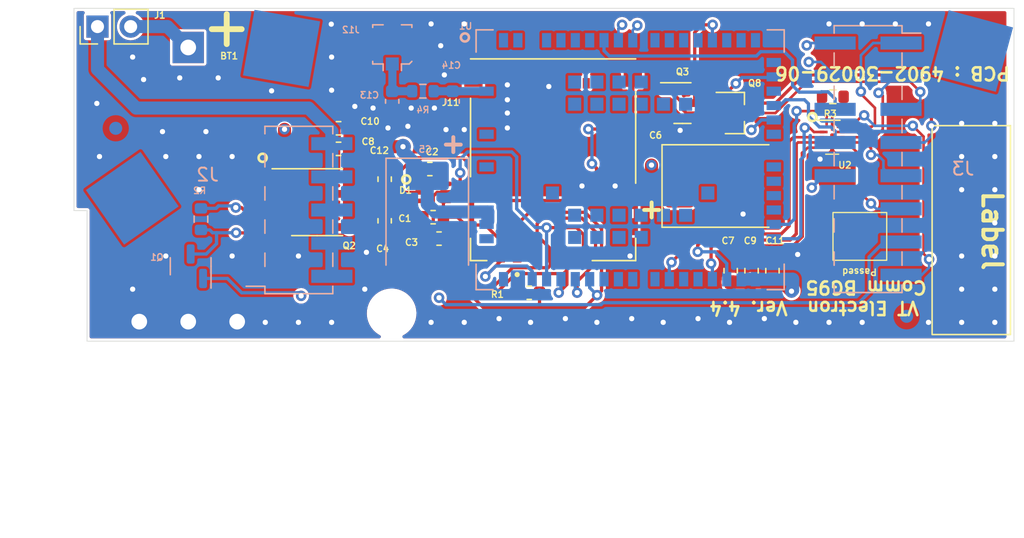
<source format=kicad_pcb>
(kicad_pcb (version 20240108) (generator "pcbnew") (generator_version "8.0")
  (layers (0 "F.Cu" signal) (1 "In1.Cu" signal) (2 "In2.Cu" signal) (31 "B.Cu" signal) (34 "B.Paste" user) (35 "F.Paste" user) (36 "B.SilkS" user "B.Silkscreen") (37 "F.SilkS" user "F.Silkscreen") (38 "B.Mask" user) (39 "F.Mask" user) (44 "Edge.Cuts" user))
  (net 0 "")
  (net 1 "GND")
  (net 5 "/uGND")
  (net 6 "/uRST")
  (net 7 "/uCLK")
  (net 8 "/uData")
  (net 9 "/uVDD")
  (net 10 "/VBAT")
  (net 11 "/uStatus")
  (net 12 "/uPWRKEY")
  (net 13 "/+3V6")
  (net 14 "/uDTR")
  (net 15 "/TxD")
  (net 16 "/RxD")
  (net 17 "/uDCD")
  (net 18 "/RF_OUT")
  (net 19 "Net-(Q1-Pad3)")
  (net 20 "/RXD")
  (net 21 "/TXD")
  (net 22 "/VDD_EXT")
  (net 23 "/DTR")
  (net 24 "/DCD")
  (net 25 "/PWRKEY")
  (net 26 "/Status")
  (net 27 "/Alim")
  (net 59 "/+3V6d")
  (net 60 "/+3V3_UC")
  (net 61 "/RF_OUT1")
  (net 62 "Net-(R3-Pad2)")
  (net 63 "/T")
  (net 64 "/R")
  (net 65 "/D+")
  (net 66 "/D-")
  (net 67 "/Vbus")
  (footprint "Capacitor_SMD:C_0603_1608Metric" (layer "F.Cu") (at 30.51 -6.5 180)
    (property "Reference" "C1")
    (property "Value" "33p")
  )
  (footprint "Capacitor_SMD:C_0603_1608Metric" (layer "F.Cu") (at 30.26 -10.19 180)
    (property "Reference" "C2")
    (property "Value" "33p")
  )
  (footprint "Capacitor_SMD:C_0603_1608Metric" (layer "F.Cu") (at 30.9626 -4.86 180)
    (property "Reference" "C3")
    (property "Value" "33p")
  )
  (footprint "Capacitor_SMD:C_0603_1608Metric" (layer "F.Cu") (at 26.797 -6.223 -90)
    (property "Reference" "C4")
    (property "Value" "100n")
  )
  (footprint "Capacitor_Tantalum_SMD:CP_EIA-7361-38_AVX-V_Pad2.18x3.30mm_HandSolder" (layer "F.Cu") (at 52.578 -8.89)
    (property "Reference" "C6")
    (property "Value" "TAJD477K006RNJ")
  )
  (footprint "Capacitor_SMD:C_0603_1608Metric_Pad1.05x0.95mm_HandSolder" (layer "F.Cu") (at 53.3 -2.4 90)
    (property "Reference" "C7")
    (property "Value" "100n")
  )
  (footprint "Capacitor_SMD:C_0603_1608Metric_Pad1.05x0.95mm_HandSolder" (layer "F.Cu") (at 23.2664 -11.7348 180)
    (property "Reference" "C8")
    (property "Value" "100n")
  )
  (footprint "Capacitor_SMD:C_0603_1608Metric_Pad1.05x0.95mm_HandSolder" (layer "F.Cu") (at 54.9 -2.4 90)
    (property "Reference" "C9")
    (property "Value" "33p")
  )
  (footprint "Capacitor_SMD:C_0603_1608Metric_Pad1.05x0.95mm_HandSolder" (layer "F.Cu") (at 23.2664 -13.3096 180)
    (property "Reference" "C10")
    (property "Value" "33p")
  )
  (footprint "Capacitor_SMD:C_0603_1608Metric_Pad1.05x0.95mm_HandSolder" (layer "F.Cu") (at 56.5 -2.4 90)
    (property "Reference" "C11")
    (property "Value" "10p")
  )
  (footprint "Capacitor_SMD:C_0603_1608Metric_Pad1.05x0.95mm_HandSolder" (layer "F.Cu") (at 26.797 -9.412 -90)
    (property "Reference" "C12")
    (property "Value" "10p")
  )
  (footprint "Diode_SMD:SC70-6" (layer "F.Cu") (at 30.51 -8.4 -90)
    (property "Reference" "D1")
    (property "Value" "SMF05C.TCT" (hide yes))
  )
  (footprint "Package_SO:SOIC-8_3.9x4.9mm_P1.27mm" (layer "F.Cu") (at 21.625 -7.65)
    (property "Reference" "Q2")
    (property "Value" "AO4459" (hide yes))
  )
  (footprint "Package_TO_SOT_SMD:SOT-23" (layer "F.Cu") (at 53.594 -14.478)
    (property "Reference" "Q8")
    (property "Value" "PDTC143XT")
  )
  (footprint "Resistor_SMD:R_0603_1608Metric" (layer "F.Cu") (at 37.8714 -0.7112 180)
    (property "Reference" "R1")
    (property "Value" "15k")
  )
  (footprint "Connector_Molex:MOLEX_78646-3001" (layer "F.Cu") (at 39.7 -10.9 90)
    (property "Reference" "J11")
    (property "Value" "78646-3001")
  )
  (footprint "Package_DFN_QFN:Texas_R_PUQFN-N12" (layer "F.Cu") (at 61.075 -12.625)
    (property "Reference" "U2")
    (property "Value" "TXB0104RUT" (hide yes))
  )
  (footprint "Resistor_SMD:R_0603_1608Metric" (layer "F.Cu") (at 61.125 -15.725)
    (property "Reference" "R3")
    (property "Value" "4k7")
  )
  (footprint "Battery:HLC1520-3P" (layer "F.Cu") (at 11.75 -19.5 -90)
    (property "Reference" "BT1")
    (property "Value" "HLC1520-3P")
  )
  (footprint "MountingHole:MountingHole_2.5mm  Simpla" (layer "F.Cu") (at 27.3304 0.8636)
    (property "Reference" "H1" (hide yes))
    (property "Value" "MountingHole" (hide yes))
  )
  (footprint "Fiducial:Fiducial_1mm_Mask2mm" (layer "F.Cu") (at 72.2376 -20.2946)
    (property "Reference" "FID1" (hide yes))
    (property "Value" "Fiducial" (hide yes))
  )
  (footprint "Connector_PinHeader_2.54mm:PinHeader_1x02_P2.54mm_Vertical" (layer "F.Cu") (at 4.8 -21.1 90)
    (property "Reference" "J1")
    (property "Value" "DNP")
  )
  (footprint "Fiducial:Fiducial_1mm_Mask2mm" (layer "F.Cu") (at 6.223 -2.794)
    (property "Reference" "FID4" (hide yes))
    (property "Value" "Fiducial" (hide yes))
  )
  (footprint "Symbol:Eticheta" (layer "F.Cu") (at 71.7296 -5.5118 -90)
    (property "Reference" "TP1" (hide yes))
    (property "Value" "Eticheta" (hide yes))
  )
  (footprint "Package_TO_SOT_SMD:SOT-23" (layer "F.Cu") (at 49.6085 -15.24)
    (property "Reference" "Q3")
    (property "Value" "PDTC143XT")
  )
  (footprint "BG95:XCVR_BG95M3LA-64-SGNS" (layer "B.Cu") (at 45.6 -10.9 -90)
    (property "Reference" "U1")
    (property "Value" "BG95")
  )
  (footprint "Capacitor_Tantalum_SMD:CP_EIA-7361-38_AVX-V_Pad2.18x3.30mm_HandSolder" (layer "B.Cu") (at 30.06 -6.48 -90)
    (property "Reference" "C5")
    (property "Value" "TAJD477K006RNJ")
  )
  (footprint "Connector_Coaxial:U.FL_Molex_MCRF_73412-0110_Vertical" (layer "B.Cu") (at 27.3812 -19.7358 180)
    (property "Reference" "J12")
    (property "Value" "CONUFL001-SMD-T" (hide yes))
  )
  (footprint "Connector_PinHeader_2.54mm:PinHeader_2x08_P2.54mm_Vertical_SMD_MOD" (layer "B.Cu") (at 63.825 -10.95 180)
    (property "Reference" "J3")
    (property "Value" "Conn_02x08_Counter_Clockwise")
  )
  (footprint "TestPoint:TestPoint_Pad_5.1x5.1mm" (layer "B.Cu") (at 18.8976 -19.431 170)
    (property "Reference" "J5" (hide yes))
    (property "Value" "Conn_01x01_Male" (hide yes))
  )
  (footprint "Fiducial:Fiducial_1mm_Mask2mm" (layer "B.Cu") (at 66.7766 1.0922 180)
    (property "Reference" "FID2" (hide yes))
    (property "Value" "Fiducial" (hide yes))
  )
  (footprint "Resistor_SMD:R_0603_1608Metric" (layer "B.Cu") (at 29.725 -16.15)
    (property "Reference" "R4")
    (property "Value" "0")
  )
  (footprint "Connector_PinHeader_2.54mm:PinHeader_2x05_P2.54mm_Vertical_SMD_MOD" (layer "B.Cu") (at 20.225 -7.05)
    (property "Reference" "J2")
    (property "Value" "Conn_02x05_Counter_Clockwise")
  )
  (footprint "Package_TO_SOT_SMD:SOT-23" (layer "B.Cu") (at 11.938 -2.7432 90)
    (property "Reference" "Q1")
    (property "Value" "PDTC143XT")
  )
  (footprint "Capacitor_SMD:C_0603_1608Metric" (layer "B.Cu") (at 27.375 -15.375 -90)
    (property "Reference" "C13")
    (property "Value" "DNP")
  )
  (footprint "TestPoint:TestPoint_Pad_5.1x5.1mm" (layer "B.Cu") (at 71.8058 -19.2278 165)
    (property "Reference" "J6" (hide yes))
    (property "Value" "Conn_01x01_Male" (hide yes))
  )
  (footprint "TestPoint:TestPoint_Pad_5.1x5.1mm" (layer "B.Cu") (at 7.4676 -7.9502 125)
    (property "Reference" "J4" (hide yes))
    (property "Value" "Conn_01x01_Male" (hide yes))
  )
  (footprint "Resistor_SMD:R_0603_1608Metric" (layer "B.Cu") (at 12.7254 -6.35 -90)
    (property "Reference" "R2")
    (property "Value" "4k7" (hide yes))
  )
  (footprint "Fiducial:Fiducial_1mm_Mask2mm" (layer "B.Cu") (at 6.1976 -13.3096 180)
    (property "Reference" "FID3" (hide yes))
    (property "Value" "Fiducial" (hide yes))
  )
  (footprint "Capacitor_SMD:C_0603_1608Metric" (layer "B.Cu") (at 32 -15.375 -90)
    (property "Reference" "C14")
    (property "Value" "DNP")
  )
  (gr_circle (center 32.9438 -20.2692) (end 33.253847 -20.2692) (stroke (width 0.2)) (fill none) (layer "B.SilkS"))
  (gr_circle (center 28.448 -9.398) (end 28.758047 -9.398) (stroke (width 0.2)) (fill none) (layer "F.SilkS"))
  (gr_circle (center 59.563 -14.1732) (end 59.873047 -14.1732) (stroke (width 0.2)) (fill none) (layer "F.SilkS"))
  (gr_circle (center 17.4498 -11.049) (end 17.759847 -11.049) (stroke (width 0.2)) (fill none) (layer "F.SilkS"))
  (gr_rect (start 61.1378 -6.858) (end 65.2526 -3.2004) (stroke (width 0.1)) (fill none) (layer "F.SilkS"))
  (gr_line (start 4 -7) (end 4 3) (stroke (width 0.05)) (layer "Edge.Cuts"))
  (gr_line (start 75 3) (end 4 3) (stroke (width 0.05)) (layer "Edge.Cuts"))
  (gr_line (start 3 -22.5) (end 3 -7) (stroke (width 0.05)) (layer "Edge.Cuts"))
  (gr_line (start 75 3) (end 75 -22.5) (stroke (width 0.05)) (layer "Edge.Cuts"))
  (gr_line (start 3 -7) (end 4 -7) (stroke (width 0.05)) (layer "Edge.Cuts"))
  (gr_line (start 75 -22.5) (end 3 -22.5) (stroke (width 0.05)) (layer "Edge.Cuts"))
  (gr_text "+" (at 32.0548 -12.1666 0) (layer "B.SilkS") (effects (font (size 1.5 1.5) (thickness 0.3))))
  (gr_text "PCB : 4902-30029-06" (at 65.6844 -17.526 180) (layer "F.SilkS") (effects (font (size 1 1) (thickness 0.2))))
  (gr_text "VT Electron  Ver. 4.4\n\n" (at 59.69 -0.3556 180) (layer "F.SilkS") (effects (font (size 1 1) (thickness 0.2))))
  (gr_text "Label" (at 73.3298 -5.461 270) (layer "F.SilkS") (effects (font (size 1.5 1.5) (thickness 0.3))))
  (gr_text "Passed" (at 63.1698 -2.3114 180) (layer "F.SilkS") (effects (font (size 0.5 0.5) (thickness 0.1))))
  (gr_text "Comm BG95\n\n" (at 63.6778 -1.9304 180) (layer "F.SilkS") (effects (font (size 1 1) (thickness 0.2))))
  (gr_text "+" (at 47.244 -7.1628 0) (layer "F.SilkS") (effects (font (size 1.5 1.5) (thickness 0.3))))
  (segment (start 56.25 -3.25) (end 56.3 -3.2) (width 0.25) (layer "F.Cu") (net 1))
  (segment (start 55.7655 -8.2555) (end 54.25 -6.74) (width 0.25) (layer "F.Cu") (net 1))
  (segment (start 60.4066 -10.775) (end 60.25 -10.775) (width 0.25) (layer "F.Cu") (net 1))
  (segment (start 56.5 -3.275) (end 58.055 -3.275) (width 0.25) (layer "F.Cu") (net 1))
  (segment (start 53.3 -3.275) (end 54.875 -3.275) (width 0.25) (layer "F.Cu") (net 1))
  (segment (start 61.075 -11.825) (end 61.075 -11.025) (width 0.25) (layer "F.Cu") (net 1))
  (segment (start 55.7655 -8.89) (end 55.7655 -8.2555) (width 0.25) (layer "F.Cu") (net 1))
  (segment (start 60.825 -10.775) (end 60.4066 -10.775) (width 0.25) (layer "F.Cu") (net 1))
  (segment (start 49.43 -13.15) (end 49.808 -13.528) (width 0.25) (layer "F.Cu") (net 1))
  (segment (start 60.4066 -10.775) (end 60.3196 -10.775) (width 0.25) (layer "F.Cu") (net 1))
  (segment (start 58.432288 -3.647712) (end 58.432288 -3.644211) (width 0.25) (layer "F.Cu") (net 1))
  (segment (start 60.3196 -10.775) (end 60.1472 -10.9474) (width 0.25) (layer "F.Cu") (net 1))
  (segment (start 48.9 -13.15) (end 49.43 -13.15) (width 0.25) (layer "F.Cu") (net 1))
  (segment (start 60.25 -10.775) (end 60.225 -10.8) (width 0.25) (layer "F.Cu") (net 1))
  (segment (start 58.055 -3.275) (end 58.43 -3.65) (width 0.25) (layer "F.Cu") (net 1))
  (segment (start 48.671 -14.29) (end 48.671 -13.379) (width 0.25) (layer "F.Cu") (net 1))
  (segment (start 54.9 -3.275) (end 56.275 -3.275) (width 0.25) (layer "F.Cu") (net 1))
  (segment (start 48.671 -13.379) (end 48.9 -13.15) (width 0.25) (layer "F.Cu") (net 1))
  (segment (start 54.875 -3.275) (end 54.9 -3.25) (width 0.25) (layer "F.Cu") (net 1))
  (segment (start 49.808 -13.528) (end 52.594 -13.528) (width 0.25) (layer "F.Cu") (net 1))
  (segment (start 54.875 -3.275) (end 54.9 -3.3) (width 0.25) (layer "F.Cu") (net 1))
  (segment (start 58.43 -3.65) (end 58.432288 -3.647712) (width 0.25) (layer "F.Cu") (net 1))
  (segment (start 61.075 -11.025) (end 60.825 -10.775) (width 0.25) (layer "F.Cu") (net 1))
  (via (at 73.533 -13.685394) (size 0.8) (drill 0.4) (layers "F.Cu" "B.Cu") (net 1))
  (via (at 31.369 -17.399) (size 0.8) (drill 0.4) (layers "F.Cu" "B.Cu") (net 1))
  (via (at 39.37 -16.51) (size 0.8) (drill 0.4) (layers "F.Cu" "B.Cu") (net 1))
  (via (at 73.533 -6.065394) (size 0.8) (drill 0.4) (layers "F.Cu" "B.Cu") (net 1))
  (via (at 65.913 -21.305394) (size 0.8) (drill 0.4) (layers "F.Cu" "B.Cu") (net 1))
  (via (at 73.533 -0.985394) (size 0.8) (drill 0.4) (layers "F.Cu" "B.Cu") (net 1))
  (via (at 73.533 -8.605394) (size 0.8) (drill 0.4) (layers "F.Cu" "B.Cu") (net 1))
  (via (at 58.432288 -3.644211) (size 0.8) (drill 0.4) (layers "F.Cu" "B.Cu") (net 1))
  (via (at 48.133 1.554606) (size 0.8) (drill 0.4) (layers "F.Cu" "B.Cu") (net 1))
  (via (at 15.113 -11.145394) (size 0.8) (drill 0.4) (layers "F.Cu" "B.Cu") (net 1))
  (via (at 36.195 -13.335) (size 0.8) (drill 0.4) (layers "F.Cu" "B.Cu") (net 1))
  (via (at 70.993 -8.605394) (size 0.8) (drill 0.4) (layers "F.Cu" "B.Cu") (net 1))
  (via (at 17.653 1.554606) (size 0.8) (drill 0.4) (layers "F.Cu" "B.Cu") (net 1))
  (via (at 37.973 1.554606) (size 0.8) (drill 0.4) (layers "F.Cu" "B.Cu") (net 1))
  (via (at 58.293 1.554606) (size 0.8) (drill 0.4) (layers "F.Cu" "B.Cu") (net 1))
  (via (at 63.373 -21.305394) (size 0.8) (drill 0.4) (layers "F.Cu" "B.Cu") (net 1))
  (via (at 44.45 -8.89) (size 0.8) (drill 0.4) (layers "F.Cu" "B.Cu") (net 1))
  (via (at 4.7498 -15.2146) (size 0.8) (drill 0.4) (layers "F.Cu" "B.Cu") (net 1))
  (via (at 35.56 1.27) (size 0.8) (drill 0.4) (layers "F.Cu" "B.Cu") (net 1))
  (via (at 30.353 -21.305394) (size 0.8) (drill 0.4) (layers "F.Cu" "B.Cu") (net 1))
  (via (at 60.1472 -10.9474) (size 0.8) (drill 0.4) (layers "F.Cu" "B.Cu") (net 1))
  (via (at 73.533 1.554606) (size 0.8) (drill 0.4) (layers "F.Cu" "B.Cu") (net 1))
  (via (at 41.91 -8.89) (size 0.8) (drill 0.4) (layers "F.Cu" "B.Cu") (net 1))
  (via (at 31.496 -13.208) (size 0.8) (drill 0.4) (layers "F.Cu" "B.Cu") (net 1))
  (via (at 18.1356 -16.1798) (size 0.8) (drill 0.4) (layers "F.Cu" "B.Cu") (net 1))
  (via (at 22.733 -16.225394) (size 0.8) (drill 0.4) (layers "F.Cu" "B.Cu") (net 1))
  (via (at 20.193 1.554606) (size 0.8) (drill 0.4) (layers "F.Cu" "B.Cu") (net 1))
  (via (at 7.493 -18.765394) (size 0.8) (drill 0.4) (layers "F.Cu" "B.Cu") (net 1))
  (via (at 12.573 -11.145394) (size 0.8) (drill 0.4) (layers "F.Cu" "B.Cu") (net 1))
  (via (at 70.993 -11.145394) (size 0.8) (drill 0.4) (layers "F.Cu" "B.Cu") (net 1))
  (via (at 53.213 1.554606) (size 0.8) (drill 0.4) (layers "F.Cu" "B.Cu") (net 1))
  (via (at 32.893 -13.208) (size 0.8) (drill 0.4) (layers "F.Cu" "B.Cu") (net 1))
  (via (at 60.833 -21.305394) (size 0.8) (drill 0.4) (layers "F.Cu" "B.Cu") (net 1))
  (via (at 28.575 -13.462) (size 0.8) (drill 0.4) (layers "F.Cu" "B.Cu") (net 1))
  (via (at 55.88 1.27) (size 0.8) (drill 0.4) (layers "F.Cu" "B.Cu") (net 1))
  (via (at 36.195 -14.478) (size 0.8) (drill 0.4) (layers "F.Cu" "B.Cu") (net 1))
  (via (at 25.273 -0.985394) (size 0.8) (drill 0.4) (layers "F.Cu" "B.Cu") (net 1))
  (via (at 45.72 1.27) (size 0.8) (drill 0.4) (layers "F.Cu" "B.Cu") (net 1))
  (via (at 45.593 -3.525394) (size 0.8) (drill 0.4) (layers "F.Cu" "B.Cu") (net 1))
  (via (at 12.573 -8.605394) (size 0.8) (drill 0.4) (layers "F.Cu" "B.Cu") (net 1))
  (via (at 25.908 -14.859) (size 0.8) (drill 0.4) (layers "F.Cu" "B.Cu") (net 1))
  (via (at 22.733 1.554606) (size 0.8) (drill 0.4) (layers "F.Cu" "B.Cu") (net 1))
  (via (at 15.113 -3.525394) (size 0.8) (drill 0.4) (layers "F.Cu" "B.Cu") (net 1))
  (via (at 68.453 -21.305394) (size 0.8) (drill 0.4) (layers "F.Cu" "B.Cu") (net 1))
  (via (at 10.033 -3.525394) (size 0.8) (drill 0.4) (layers "F.Cu" "B.Cu") (net 1))
  (via (at 22.7076 -21.2852) (size 0.8) (drill 0.4) (layers "F.Cu" "B.Cu") (net 1))
  (via (at 32.893 1.554606) (size 0.8) (drill 0.4) (layers "F.Cu" "B.Cu") (net 1))
  (via (at 25.4 -3.81) (size 0.8) (drill 0.4) (layers "F.Cu" "B.Cu") (net 1))
  (via (at 36.195 -16.637) (size 0.8) (drill 0.4) (layers "F.Cu" "B.Cu") (net 1))
  (via (at 32.893 -21.305394) (size 0.8) (drill 0.4) (layers "F.Cu" "B.Cu") (net 1))
  (via (at 49.43 -13.15) (size 0.8) (drill 0.4) (layers "F.Cu" "B.Cu") (net 1))
  (via (at 36.195 -15.494) (size 0.8) (drill 0.4) (layers "F.Cu" "B.Cu") (net 1))
  (via (at 24.511 -14.986) (size 0.8) (drill 0.4) (layers "F.Cu" "B.Cu") (net 1))
  (via (at 22.733 -18.765394) (size 0.8) (drill 0.4) (layers "F.Cu" "B.Cu") (net 1))
  (via (at 30.353 1.554606) (size 0.8) (drill 0.4) (layers "F.Cu" "B.Cu") (net 1))
  (via (at 27.051 -13.335) (size 0.8) (drill 0.4) (layers "F.Cu" "B.Cu") (net 1))
  (via (at 11.0998 -17.1704) (size 0.8) (drill 0.4) (layers "F.Cu" "B.Cu") (net 1))
  (via (at 28.829 -14.859) (size 0.8) (drill 0.4) (layers "F.Cu" "B.Cu") (net 1))
  (via (at 14.0462 -17.1704) (size 0.8) (drill 0.4) (layers "F.Cu" "B.Cu") (net 1))
  (via (at 60.833 1.554606) (size 0.8) (drill 0.4) (layers "F.Cu" "B.Cu") (net 1))
  (via (at 31.0896 -19.6342) (size 0.8) (drill 0.4) (layers "F.Cu" "B.Cu") (net 1))
  (via (at 70.993 -13.685394) (size 0.8) (drill 0.4) (layers "F.Cu" "B.Cu") (net 1))
  (via (at 73.533 -11.145394) (size 0.8) (drill 0.4) (layers "F.Cu" "B.Cu") (net 1))
  (via (at 70.993 -0.985394) (size 0.8) (drill 0.4) (layers "F.Cu" "B.Cu") (net 1))
  (via (at 68.453 1.554606) (size 0.8) (drill 0.4) (layers "F.Cu" "B.Cu") (net 1))
  (via (at 63.373 1.554606) (size 0.8) (drill 0.4) (layers "F.Cu" "B.Cu") (net 1))
  (via (at 54.25 -6.74) (size 0.8) (drill 0.4) (layers "F.Cu" "B.Cu") (net 1))
  (via (at 13.1064 -13.0556) (size 0.8) (drill 0.4) (layers "F.Cu" "B.Cu") (net 1))
  (via (at 10.033 -11.145394) (size 0.8) (drill 0.4) (layers "F.Cu" "B.Cu") (net 1))
  (via (at 70.993 -3.525394) (size 0.8) (drill 0.4) (layers "F.Cu" "B.Cu") (net 1))
  (via (at 20.193 -3.525394) (size 0.8) (drill 0.4) (layers "F.Cu" "B.Cu") (net 1))
  (via (at 70.993 1.554606) (size 0.8) (drill 0.4) (layers "F.Cu" "B.Cu") (net 1))
  (via (at 4.953 -11.145394) (size 0.8) (drill 0.4) (layers "F.Cu" "B.Cu") (net 1))
  (via (at 73.533 -3.525394) (size 0.8) (drill 0.4) (layers "F.Cu" "B.Cu") (net 1))
  (via (at 40.64 1.27) (size 0.8) (drill 0.4) (layers "F.Cu" "B.Cu") (net 1))
  (via (at 30.607 -14.859) (size 0.8) (drill 0.4) (layers "F.Cu" "B.Cu") (net 1))
  (via (at 50.8 1.27) (size 0.8) (drill 0.4) (layers "F.Cu" "B.Cu") (net 1))
  (via (at 7.493 -0.985394) (size 0.8) (drill 0.4) (layers "F.Cu" "B.Cu") (net 1))
  (via (at 43.053 1.554606) (size 0.8) (drill 0.4) (layers "F.Cu" "B.Cu") (net 1))
  (via (at 9.779 -13.0556) (size 0.8) (drill 0.4) (layers "F.Cu" "B.Cu") (net 1))
  (via (at 8.3312 -17.0434) (size 0.8) (drill 0.4) (layers "F.Cu" "B.Cu") (net 1))
  (segment (start 33.43 -7.775) (end 35.925 -7.775) (width 0.25) (layer "F.Cu") (net 5))
  (segment (start 35.675 -4.725) (end 34.5 -5.9) (width 0.25) (layer "F.Cu") (net 5))
  (segment (start 43.025 -7.775) (end 43.025 -10.25) (width 0.25) (layer "F.Cu") (net 5))
  (segment (start 42.4 -13.25) (end 45.175 -13.25) (width 0.25) (layer "F.Cu") (net 5))
  (segment (start 28.01 -6.9) (end 28.41 -6.5) (width 0.25) (layer "F.Cu") (net 5))
  (segment (start 34.5 -5.9) (end 33.6 -5.9) (width 0.25) (layer "F.Cu") (net 5))
  (segment (start 29.4725 -10.19) (end 29.4725 -10.9225) (width 0.25) (layer "F.Cu") (net 5))
  (segment (start 36.795 -7.775) (end 43.025 -7.775) (width 0.25) (layer "F.Cu") (net 5))
  (segment (start 45.24 -17.9) (end 45.805 -17.335) (width 0.25) (layer "F.Cu") (net 5))
  (segment (start 28.41 -6.5) (end 29.61 -6.5) (width 0.25) (layer "F.Cu") (net 5))
  (segment (start 28.11 -8.4) (end 28.01 -8.3) (width 0.25) (layer "F.Cu") (net 5))
  (segment (start 27.8995 -7.0105) (end 28.01 -6.9) (width 0.25) (layer "F.Cu") (net 5))
  (segment (start 26.797 -7.0105) (end 27.8995 -7.0105) (width 0.25) (layer "F.Cu") (net 5))
  (segment (start 29.6 -11.05) (end 29.01 -11.05) (width 0.25) (layer "F.Cu") (net 5))
  (segment (start 32.78548 -11.05) (end 29.6 -11.05) (width 0.25) (layer "F.Cu") (net 5))
  (segment (start 45.925 -7.775) (end 46 -7.7) (width 0.25) (layer "F.Cu") (net 5))
  (segment (start 29.4725 -10.9225) (end 29.6 -11.05) (width 0.25) (layer "F.Cu") (net 5))
  (segment (start 35.55 -17.9) (end 45.24 -17.9) (width 0.25) (layer "F.Cu") (net 5))
  (segment (start 46 -7.7) (end 46 -5.8) (width 0.25) (layer "F.Cu") (net 5))
  (segment (start 29.7225 -5.3126) (end 30.1751 -4.86) (width 0.25) (layer "F.Cu") (net 5))
  (segment (start 35.675 -3.605) (end 35.675 -3.135) (width 0.25) (layer "F.Cu") (net 5))
  (segment (start 29.01 -11.05) (end 28.16 -10.2) (width 0.25) (layer "F.Cu") (net 5))
  (segment (start 43.025 -10.25) (end 42.675 -10.6) (width 0.25) (layer "F.Cu") (net 5))
  (segment (start 35.675 -3.605) (end 35.675 -4.725) (width 0.25) (layer "F.Cu") (net 5))
  (segment (start 28.01 -10.05) (end 28.01 -8.3) (width 0.25) (layer "F.Cu") (net 5))
  (segment (start 45.805 -13.88) (end 45.805 -17.335) (width 0.25) (layer "F.Cu") (net 5))
  (segment (start 43.025 -7.775) (end 45.925 -7.775) (width 0.25) (layer "F.Cu") (net 5))
  (segment (start 35.925 -7.775) (end 36.795 -7.775) (width 0.25) (layer "F.Cu") (net 5))
  (segment (start 34.985 -17.335) (end 35.55 -17.9) (width 0.25) (layer "F.Cu") (net 5))
  (segment (start 33.4 -5.9) (end 33.4 -7.8) (width 0.25) (layer "F.Cu") (net 5))
  (segment (start 33.6 -5.9) (end 33.4 -5.9) (width 0.25) (layer "F.Cu") (net 5))
  (segment (start 29.7225 -6.5) (end 29.7225 -5.3126) (width 0.25) (layer "F.Cu") (net 5))
  (segment (start 33.43 -10.40548) (end 32.78548 -11.05) (width 0.25) (layer "F.Cu") (net 5))
  (segment (start 28.01 -6.9) (end 28.01 -8.3) (width 0.25) (layer "F.Cu") (net 5))
  (segment (start 35.675 -3.135) (end 35.675 -3.125) (width 0.25) (layer "F.Cu") (net 5))
  (segment (start 29.56 -8.4) (end 28.11 -8.4) (width 0.25) (layer "F.Cu") (net 5))
  (segment (start 45.175 -13.25) (end 45.805 -13.88) (width 0.25) (layer "F.Cu") (net 5))
  (segment (start 28.16 -10.2) (end 28.01 -10.05) (width 0.25) (layer "F.Cu") (net 5))
  (segment (start 33.595 -17.335) (end 34.985 -17.335) (width 0.25) (layer "F.Cu") (net 5))
  (segment (start 33.43 -7.775) (end 33.43 -10.40548) (width 0.25) (layer "F.Cu") (net 5))
  (segment (start 35.675 -3.125) (end 34.51 -1.96) (width 0.25) (layer "F.Cu") (net 5))
  (via (at 42.675 -10.6) (size 0.8) (drill 0.4) (layers "F.Cu" "B.Cu") (net 5))
  (via (at 34.51 -1.96) (size 0.8) (drill 0.4) (layers "F.Cu" "B.Cu") (net 5))
  (via (at 42.4 -13.25) (size 0.8) (drill 0.4) (layers "F.Cu" "B.Cu") (net 5))
  (segment (start 42.675 -12.975) (end 42.4 -13.25) (width 0.25) (layer "B.Cu") (net 5))
  (segment (start 35.31 -2.76) (end 37.69 -2.76) (width 0.25) (layer "B.Cu") (net 5))
  (segment (start 38.1 -2.35) (end 38.1 -1.75) (width 0.25) (layer "B.Cu") (net 5))
  (segment (start 42.675 -10.6) (end 42.675 -12.975) (width 0.25) (layer "B.Cu") (net 5))
  (segment (start 34.51 -1.96) (end 35.31 -2.76) (width 0.25) (layer "B.Cu") (net 5))
  (segment (start 37.69 -2.76) (end 38.1 -2.35) (width 0.25) (layer "B.Cu") (net 5))
  (segment (start 32.38 -6.5) (end 32.87 -6.01) (width 0.25) (layer "F.Cu") (net 6))
  (segment (start 36.59 -2.63) (end 39.32 -2.63) (width 0.25) (layer "F.Cu") (net 6))
  (segment (start 42.95 -5.38) (end 42.95 -2.980978) (width 0.25) (layer "F.Cu") (net 6))
  (segment (start 32.87 -2.38) (end 34.05 -1.2) (width 0.25) (layer "F.Cu") (net 6))
  (segment (start 41.905489 -6.424511) (end 42.95 -5.38) (width 0.25) (layer "F.Cu") (net 6))
  (segment (start 31.2975 -6.5) (end 31.2975 -7.5875) (width 0.25) (layer "F.Cu") (net 6))
  (segment (start 41.54 -1.570978) (end 41.54 -0.719989) (width 0.25) (layer "F.Cu") (net 6))
  (segment (start 38.475489 -5.104511) (end 38.475489 -6.000103) (width 0.25) (layer "F.Cu") (net 6))
  (segment (start 39.485 -4.095) (end 38.475489 -5.104511) (width 0.25) (layer "F.Cu") (net 6))
  (segment (start 32.87 -6.01) (end 32.87 -2.38) (width 0.25) (layer "F.Cu") (net 6))
  (segment (start 34.05 -1.2) (end 35.16 -1.2) (width 0.25) (layer "F.Cu") (net 6))
  (segment (start 39.485 -3.605) (end 39.485 -4.095) (width 0.25) (layer "F.Cu") (net 6))
  (segment (start 35.16 -1.2) (end 36.59 -2.63) (width 0.25) (layer "F.Cu") (net 6))
  (segment (start 39.32 -2.63) (end 39.485 -2.795) (width 0.25) (layer "F.Cu") (net 6))
  (segment (start 39.485 -2.795) (end 39.485 -3.605) (width 0.25) (layer "F.Cu") (net 6))
  (segment (start 38.899897 -6.424511) (end 41.905489 -6.424511) (width 0.25) (layer "F.Cu") (net 6))
  (segment (start 38.475489 -6.000103) (end 38.899897 -6.424511) (width 0.25) (layer "F.Cu") (net 6))
  (segment (start 31.2975 -6.5) (end 32.38 -6.5) (width 0.25) (layer "F.Cu") (net 6))
  (segment (start 31.2975 -7.5875) (end 31.46 -7.75) (width 0.25) (layer "F.Cu") (net 6))
  (segment (start 42.95 -2.980978) (end 41.54 -1.570978) (width 0.25) (layer "F.Cu") (net 6))
  (via (at 41.54 -0.719989) (size 0.8) (drill 0.4) (layers "F.Cu" "B.Cu") (net 6))
  (segment (start 41.4 -0.67) (end 41.449989 -0.719989) (width 0.25) (layer "B.Cu") (net 6))
  (segment (start 41.4 -1.75) (end 41.4 -0.67) (width 0.25) (layer "B.Cu") (net 6))
  (segment (start 41.449989 -0.719989) (end 41.54 -0.719989) (width 0.25) (layer "B.Cu") (net 6))
  (segment (start 32.33 -9.05) (end 32.58 -9.3) (width 0.25) (layer "F.Cu") (net 7))
  (segment (start 41.5 -5.7) (end 39.2 -5.7) (width 0.25) (layer "F.Cu") (net 7))
  (segment (start 42.025 -5.175) (end 41.5 -5.7) (width 0.25) (layer "F.Cu") (net 7))
  (segment (start 31.46 -9.05) (end 32.33 -9.05) (width 0.25) (layer "F.Cu") (net 7))
  (segment (start 31.0475 -9.4625) (end 31.46 -9.05) (width 0.25) (layer "F.Cu") (net 7))
  (segment (start 31.0475 -10.19) (end 31.0475 -9.4625) (width 0.25) (layer "F.Cu") (net 7))
  (segment (start 42.025 -3.605) (end 42.025 -5.175) (width 0.25) (layer "F.Cu") (net 7))
  (segment (start 32.58 -9.3) (end 32.58 -9.9) (width 0.25) (layer "F.Cu") (net 7))
  (via (at 32.58 -9.9) (size 0.8) (drill 0.4) (layers "F.Cu" "B.Cu") (net 7))
  (via (at 39.2 -5.7) (size 0.8) (drill 0.4) (layers "F.Cu" "B.Cu") (net 7))
  (segment (start 36.91 -7.14) (end 38.35 -5.7) (width 0.25) (layer "B.Cu") (net 7))
  (segment (start 36.53 -11.5) (end 36.91 -11.12) (width 0.25) (layer "B.Cu") (net 7))
  (segment (start 32.58 -9.9) (end 32.58 -10.94) (width 0.25) (layer "B.Cu") (net 7))
  (segment (start 32.58 -10.94) (end 33.14 -11.5) (width 0.25) (layer "B.Cu") (net 7))
  (segment (start 33.14 -11.5) (end 36.53 -11.5) (width 0.25) (layer "B.Cu") (net 7))
  (segment (start 36.91 -11.12) (end 36.91 -7.14) (width 0.25) (layer "B.Cu") (net 7))
  (segment (start 39.2 -1.9) (end 39.3 -1.8) (width 0.25) (layer "B.Cu") (net 7))
  (segment (start 39.2 -5.7) (end 39.2 -1.9) (width 0.25) (layer "B.Cu") (net 7))
  (segment (start 38.35 -5.7) (end 39.2 -5.7) (width 0.25) (layer "B.Cu") (net 7))
  (segment (start 40.50048 -2.18048) (end 37.18168 -2.18048) (width 0.25) (layer "F.Cu") (net 8))
  (segment (start 31.7501 -2.8701) (end 31.7501 -4.86) (width 0.25) (layer "F.Cu") (net 8))
  (segment (start 37.0839 -2.0827) (end 37.18168 -2.18048) (width 0.25) (layer "F.Cu") (net 8))
  (segment (start 40.13 -0.72) (end 40.755 -1.345) (width 0.25) (layer "F.Cu") (net 8))
  (segment (start 40.755 -2.435) (end 40.50048 -2.18048) (width 0.25) (layer "F.Cu") (net 8))
  (segment (start 40.755 -2.435) (end 40.755 -3.605) (width 0.25) (layer "F.Cu") (net 8))
  (segment (start 36.84048 -2.18048) (end 35.41 -0.75) (width 0.25) (layer "F.Cu") (net 8))
  (segment (start 31.46 -8.4) (end 30.81 -8.4) (width 0.25) (layer "F.Cu") (net 8))
  (segment (start 30.81 -8.4) (end 30.52 -8.11) (width 0.25) (layer "F.Cu") (net 8))
  (segment (start 30.8102 -5.5626) (end 31.3436 -5.5626) (width 0.25) (layer "F.Cu") (net 8))
  (segment (start 33.864283 -0.75) (end 32.42048 -2.193803) (width 0.25) (layer "F.Cu") (net 8))
  (segment (start 37.0839 -0.7112) (end 37.0839 -2.0827) (width 0.25) (layer "F.Cu") (net 8))
  (segment (start 30.52 -8.11) (end 30.52 -5.8528) (width 0.25) (layer "F.Cu") (net 8))
  (segment (start 31.7501 -5.1561) (end 31.7501 -4.86) (width 0.25) (layer "F.Cu") (net 8))
  (segment (start 32.42048 -2.19972) (end 31.7501 -2.8701) (width 0.25) (layer "F.Cu") (net 8))
  (segment (start 31.3436 -5.5626) (end 31.7501 -5.1561) (width 0.25) (layer "F.Cu") (net 8))
  (segment (start 40.755 -1.345) (end 40.755 -2.435) (width 0.25) (layer "F.Cu") (net 8))
  (segment (start 32.42048 -2.193803) (end 32.42048 -2.19972) (width 0.25) (layer "F.Cu") (net 8))
  (segment (start 30.52 -5.8528) (end 30.8102 -5.5626) (width 0.25) (layer "F.Cu") (net 8))
  (segment (start 35.41 -0.75) (end 33.864283 -0.75) (width 0.25) (layer "F.Cu") (net 8))
  (segment (start 37.18168 -2.18048) (end 36.84048 -2.18048) (width 0.25) (layer "F.Cu") (net 8))
  (via (at 40.13 -0.72) (size 0.8) (drill 0.4) (layers "F.Cu" "B.Cu") (net 8))
  (segment (start 40.3 -1.75) (end 40.3 -0.89) (width 0.25) (layer "B.Cu") (net 8))
  (segment (start 40.3 -0.89) (end 40.13 -0.72) (width 0.25) (layer "B.Cu") (net 8))
  (segment (start 38.6589 0.3303) (end 38.7604 0.4318) (width 0.25) (layer "F.Cu") (net 9))
  (segment (start 43.07 -0.53) (end 43.41 -0.87) (width 0.25) (layer "F.Cu") (net 9))
  (segment (start 38.7604 0.4318) (end 42.1082 0.4318) (width 0.25) (layer "F.Cu") (net 9))
  (segment (start 29.6926 -3.937) (end 28.1941 -5.4355) (width 0.25) (layer "F.Cu") (net 9))
  (segment (start 28.1941 -5.4355) (end 26.797 -5.4355) (width 0.25) (layer "F.Cu") (net 9))
  (segment (start 36.945 -5.945) (end 36.945 -3.605) (width 0.25) (layer "F.Cu") (net 9))
  (segment (start 31.1912 -3.5052) (end 30.7594 -3.937) (width 0.25) (layer "F.Cu") (net 9))
  (segment (start 31.1912 -2.7432) (end 31.1912 -3.5052) (width 0.25) (layer "F.Cu") (net 9))
  (segment (start 30.7594 -3.937) (end 29.6926 -3.937) (width 0.25) (layer "F.Cu") (net 9))
  (segment (start 43.41 -0.87) (end 43.41 -5.61) (width 0.25) (layer "F.Cu") (net 9))
  (segment (start 37.874031 -6.874031) (end 36.945 -5.945) (width 0.25) (layer "F.Cu") (net 9))
  (segment (start 42.1082 0.4318) (end 43.07 -0.53) (width 0.25) (layer "F.Cu") (net 9))
  (segment (start 34.3662 0.4318) (end 31.1912 -2.7432) (width 0.25) (layer "F.Cu") (net 9))
  (segment (start 38.6589 -0.7112) (end 38.6589 0.3303) (width 0.25) (layer "F.Cu") (net 9))
  (segment (start 43.41 -5.61) (end 42.145969 -6.874031) (width 0.25) (layer "F.Cu") (net 9))
  (segment (start 38.7604 0.4318) (end 34.3662 0.4318) (width 0.25) (layer "F.Cu") (net 9))
  (segment (start 42.145969 -6.874031) (end 37.874031 -6.874031) (width 0.25) (layer "F.Cu") (net 9))
  (via (at 43.07 -0.53) (size 0.8) (drill 0.4) (layers "F.Cu" "B.Cu") (net 9))
  (segment (start 42.5 -1.75) (end 42.5 -1.1) (width 0.25) (layer "B.Cu") (net 9))
  (segment (start 42.5 -1.1) (end 43.07 -0.53) (width 0.25) (layer "B.Cu") (net 9))
  (segment (start 24.1 -7.015) (end 24.1 -5.745) (width 1) (layer "F.Cu") (net 10))
  (segment (start 26.835 -10.325) (end 26.797 -10.287) (width 1) (layer "F.Cu") (net 10))
  (segment (start 26.835 -11.9) (end 26.835 -10.325) (width 1) (layer "F.Cu") (net 10))
  (segment (start 28.2 -11.9) (end 26.835 -11.9) (width 1) (layer "F.Cu") (net 10))
  (segment (start 47.23398 -10.49102) (end 47.23398 -9.40802) (width 1) (layer "F.Cu") (net 10))
  (segment (start 24.1414 -11.7348) (end 24.1414 -13.3096) (width 1) (layer "F.Cu") (net 10))
  (segment (start 47.752 -8.89) (end 49.3905 -8.89) (width 1) (layer "F.Cu") (net 10))
  (segment (start 24.1 -9.555) (end 24.1 -8.285) (width 1) (layer "F.Cu") (net 10))
  (segment (start 26.835 -11.9) (end 24.3066 -11.9) (width 1) (layer "F.Cu") (net 10))
  (segment (start 24.1 -9.555) (end 24.1 -11.6934) (width 1) (layer "F.Cu") (net 10))
  (segment (start 47.23398 -9.40802) (end 47.752 -8.89) (width 1) (layer "F.Cu") (net 10))
  (segment (start 53.3 -1.525) (end 54.475 -1.525) (width 1) (layer "F.Cu") (net 10))
  (segment (start 56.5 -1.525) (end 57.265 -1.525) (width 1) (layer "F.Cu") (net 10))
  (segment (start 57.265 -1.525) (end 57.96 -0.83) (width 1) (layer "F.Cu") (net 10))
  (segment (start 53.3 -1.525) (end 56.5 -1.525) (width 1) (layer "F.Cu") (net 10))
  (segment (start 24.1 -11.6934) (end 24.1414 -11.7348) (width 1) (layer "F.Cu") (net 10))
  (segment (start 24.1 -8.285) (end 24.1 -7.015) (width 1) (layer "F.Cu") (net 10))
  (segment (start 54.475 -1.525) (end 54.5 -1.5) (width 1) (layer "F.Cu") (net 10))
  (segment (start 54.825 -1.525) (end 54.9 -1.6) (width 1) (layer "F.Cu") (net 10))
  (segment (start 24.3066 -11.9) (end 24.1414 -11.7348) (width 1) (layer "F.Cu") (net 10))
  (via (at 57.96 -0.83) (size 0.8) (drill 0.4) (layers "F.Cu" "B.Cu") (net 10))
  (via (at 47.23398 -10.49102) (size 0.8) (drill 0.4) (layers "F.Cu" "B.Cu") (net 10))
  (via (at 28.2 -11.9) (size 1.2) (drill 0.4) (layers "F.Cu" "B.Cu") (net 10))
  (segment (start 54.35 -1.75) (end 54.3 -1.7) (width 1) (layer "B.Cu") (net 10))
  (segment (start 30.06 -7.52) (end 30.06 -9.6675) (width 1) (layer "B.Cu") (net 10))
  (segment (start 30.680001 -6.899999) (end 30.06 -7.52) (width 1) (layer "B.Cu") (net 10))
  (segment (start 28.2 -11.9) (end 28.2 -11.5275) (width 1) (layer "B.Cu") (net 10))
  (segment (start 55.2 -1.75) (end 54.35 -1.75) (width 1) (layer "B.Cu") (net 10))
  (segment (start 34.7 -6.2) (end 34.7 -6.899999) (width 1) (layer "B.Cu") (net 10))
  (segment (start 34.7 -6.899999) (end 30.680001 -6.899999) (width 1) (layer "B.Cu") (net 10))
  (segment (start 28.2 -11.5275) (end 30.06 -9.6675) (width 1) (layer "B.Cu") (net 10))
  (segment (start 55.2 -1.75) (end 58.05 -1.75) (width 1) (layer "B.Cu") (net 10))
  (segment (start 58.05 -1.75) (end 58.05 -0.92) (width 1) (layer "B.Cu") (net 10))
  (segment (start 58.05 -0.92) (end 57.96 -0.83) (width 1) (layer "B.Cu") (net 10))
  (segment (start 67.05 -16.875) (end 67.825 -16.1) (width 0.2) (layer "F.Cu") (net 11))
  (segment (start 59.125 -16.875) (end 67.05 -16.875) (width 0.2) (layer "F.Cu") (net 11))
  (segment (start 54.594 -14.478) (end 56.728 -14.478) (width 0.2) (layer "F.Cu") (net 11))
  (segment (start 56.728 -14.478) (end 59.125 -16.875) (width 0.2) (layer "F.Cu") (net 11))
  (via (at 67.825 -16.1) (size 0.8) (drill 0.4) (layers "F.Cu" "B.Cu") (net 11))
  (segment (start 67.21 -14.76) (end 67.825 -15.375) (width 0.2) (layer "B.Cu") (net 11))
  (segment (start 67.825 -15.375) (end 67.825 -16.1) (width 0.2) (layer "B.Cu") (net 11))
  (segment (start 66.35 -14.76) (end 67.21 -14.76) (width 0.2) (layer "B.Cu") (net 11))
  (segment (start 48.671 -16.19) (end 49.48398 -15.37702) (width 0.25) (layer "F.Cu") (net 12))
  (segment (start 58.9 -17.4) (end 67.75 -17.4) (width 0.25) (layer "F.Cu") (net 12))
  (segment (start 67.75 -17.4) (end 68.675 -16.475) (width 0.25) (layer "F.Cu") (net 12))
  (segment (start 56.74 -15.24) (end 58.9 -17.4) (width 0.25) (layer "F.Cu") (net 12))
  (segment (start 49.48398 -15.37702) (end 49.48398 -14.893448) (width 0.25) (layer "F.Cu") (net 12))
  (segment (start 49.899428 -14.478) (end 52.860511 -14.478) (width 0.25) (layer "F.Cu") (net 12))
  (segment (start 52.860511 -14.478) (end 53.086 -14.703489) (width 0.25) (layer "F.Cu") (net 12))
  (segment (start 53.848 -15.24) (end 56.74 -15.24) (width 0.25) (layer "F.Cu") (net 12))
  (segment (start 49.48398 -14.893448) (end 49.899428 -14.478) (width 0.25) (layer "F.Cu") (net 12))
  (segment (start 53.086 -14.703489) (end 53.311489 -14.703489) (width 0.25) (layer "F.Cu") (net 12))
  (segment (start 68.675 -16.475) (end 68.675 -13.5) (width 0.25) (layer "F.Cu") (net 12))
  (segment (start 53.311489 -14.703489) (end 53.848 -15.24) (width 0.25) (layer "F.Cu") (net 12))
  (via (at 68.675 -13.5) (size 0.8) (drill 0.4) (layers "F.Cu" "B.Cu") (net 12))
  (segment (start 68.7 -13.475) (end 68.675 -13.5) (width 0.2) (layer "B.Cu") (net 12))
  (segment (start 66.35 -12.22) (end 68.17 -12.22) (width 0.2) (layer "B.Cu") (net 12))
  (segment (start 68.7 -12.75) (end 68.7 -13.475) (width 0.2) (layer "B.Cu") (net 12))
  (segment (start 68.17 -12.22) (end 68.7 -12.75) (width 0.2) (layer "B.Cu") (net 12))
  (segment (start 22.75 -2.005) (end 22.75 -12.13) (width 1) (layer "B.Cu") (net 13))
  (segment (start 4.8 -17.8314) (end 4.8 -21.1) (width 1) (layer "B.Cu") (net 13))
  (segment (start 22.75 -12.13) (end 22.75 -13.075) (width 1) (layer "B.Cu") (net 13))
  (segment (start 7.7724 -14.859) (end 4.8 -17.8314) (width 1) (layer "B.Cu") (net 13))
  (segment (start 20.966 -14.859) (end 7.7724 -14.859) (width 1) (layer "B.Cu") (net 13))
  (segment (start 22.75 -13.075) (end 20.966 -14.859) (width 1) (layer "B.Cu") (net 13))
  (segment (start 64.1 -13.425) (end 63.475 -13.425) (width 0.2) (layer "F.Cu") (net 14))
  (segment (start 64.35 -14.875) (end 64.35 -13.675) (width 0.2) (layer "F.Cu") (net 14))
  (segment (start 63.475 -13.425) (end 63.075 -13.025) (width 0.2) (layer "F.Cu") (net 14))
  (segment (start 64.35 -13.675) (end 64.1 -13.425) (width 0.2) (layer "F.Cu") (net 14))
  (segment (start 63.975 -15.25) (end 64.35 -14.875) (width 0.2) (layer "F.Cu") (net 14))
  (segment (start 63.975 -15.25) (end 63.275 -15.95) (width 0.2) (layer "F.Cu") (net 14))
  (segment (start 63.075 -13.025) (end 61.725 -13.025) (width 0.2) (layer "F.Cu") (net 14))
  (segment (start 63.275 -15.95) (end 63.275 -16.125) (width 0.2) (layer "F.Cu") (net 14))
  (via (at 63.275 -16.125) (size 0.8) (drill 0.4) (layers "F.Cu" "B.Cu") (net 14))
  (segment (start 64.215 -19.84) (end 66.35 -19.84) (width 0.2) (layer "B.Cu") (net 14))
  (segment (start 63.275 -16.125) (end 63.275 -18.9) (width 0.2) (layer "B.Cu") (net 14))
  (segment (start 63.275 -18.9) (end 64.215 -19.84) (width 0.2) (layer "B.Cu") (net 14))
  (segment (start 61.725 -12.225) (end 63.6 -12.225) (width 0.2) (layer "F.Cu") (net 15))
  (segment (start 64.05 -11.775) (end 64.05 -11.275) (width 0.2) (layer "F.Cu") (net 15))
  (segment (start 63.6 -12.225) (end 64.05 -11.775) (width 0.2) (layer "F.Cu") (net 15))
  (via (at 64.05 -11.275) (size 0.8) (drill 0.4) (layers "F.Cu" "B.Cu") (net 15))
  (segment (start 65 -10.225) (end 65 -10.825) (width 0.2) (layer "B.Cu") (net 15))
  (segment (start 64.55 -11.275) (end 64.05 -11.275) (width 0.2) (layer "B.Cu") (net 15))
  (segment (start 65 -10.825) (end 64.55 -11.275) (width 0.2) (layer "B.Cu") (net 15))
  (segment (start 65.545 -9.68) (end 65 -10.225) (width 0.2) (layer "B.Cu") (net 15))
  (segment (start 66.35 -9.68) (end 65.545 -9.68) (width 0.2) (layer "B.Cu") (net 15))
  (segment (start 63.175 -11.275) (end 63.175 -8.425) (width 0.2) (layer "F.Cu") (net 16))
  (segment (start 61.725 -11.825) (end 62.625 -11.825) (width 0.2) (layer "F.Cu") (net 16))
  (segment (start 63.175 -8.425) (end 64.05 -7.55) (width 0.2) (layer "F.Cu") (net 16))
  (segment (start 62.625 -11.825) (end 63.175 -11.275) (width 0.2) (layer "F.Cu") (net 16))
  (via (at 64.05 -7.55) (size 0.8) (drill 0.4) (layers "F.Cu" "B.Cu") (net 16))
  (segment (start 64.46 -7.14) (end 64.05 -7.55) (width 0.2) (layer "B.Cu") (net 16))
  (segment (start 66.35 -7.14) (end 64.46 -7.14) (width 0.2) (layer "B.Cu") (net 16))
  (segment (start 61.725 -12.625) (end 64.35 -12.625) (width 0.2) (layer "F.Cu") (net 17))
  (segment (start 64.95 -15.8) (end 64.725 -16.025) (width 0.2) (layer "F.Cu") (net 17))
  (segment (start 64.35 -12.625) (end 64.95 -13.225) (width 0.2) (layer "F.Cu") (net 17))
  (segment (start 64.725 -16.025) (end 64.625 -16.025) (width 0.2) (layer "F.Cu") (net 17))
  (segment (start 64.95 -13.225) (end 64.95 -15.8) (width 0.2) (layer "F.Cu") (net 17))
  (via (at 64.625 -16.025) (size 0.8) (drill 0.4) (layers "F.Cu" "B.Cu") (net 17))
  (segment (start 65.9 -17.3) (end 66.35 -17.3) (width 0.2) (layer "B.Cu") (net 17))
  (segment (start 64.625 -16.025) (end 65.9 -17.3) (width 0.2) (layer "B.Cu") (net 17))
  (segment (start 32 -16.15) (end 30.55 -16.15) (width 0.625) (layer "B.Cu") (net 18))
  (segment (start 34.6 -16.15) (end 32 -16.15) (width 0.625) (layer "B.Cu") (net 18))
  (segment (start 15.43 -5.2964) (end 15.4178 -5.3086) (width 0.25) (layer "F.Cu") (net 19))
  (segment (start 19.15 -5.745) (end 17.3396 -5.745) (width 0.25) (layer "F.Cu") (net 19))
  (segment (start 16.891 -5.2964) (end 15.43 -5.2964) (width 0.25) (layer "F.Cu") (net 19))
  (segment (start 17.3396 -5.745) (end 16.891 -5.2964) (width 0.25) (layer "F.Cu") (net 19))
  (via (at 15.4178 -5.3086) (size 0.8) (drill 0.4) (layers "F.Cu" "B.Cu") (net 19))
  (segment (start 11.938 -3.6807) (end 13.1295 -3.6807) (width 0.25) (layer "B.Cu") (net 19))
  (segment (start 13.6144 -5.3086) (end 13.9192 -5.3086) (width 0.25) (layer "B.Cu") (net 19))
  (segment (start 13.9192 -4.4704) (end 13.9192 -5.3086) (width 0.25) (layer "B.Cu") (net 19))
  (segment (start 12.7254 -5.525) (end 13.398 -5.525) (width 0.25) (layer "B.Cu") (net 19))
  (segment (start 13.398 -5.525) (end 13.6144 -5.3086) (width 0.25) (layer "B.Cu") (net 19))
  (segment (start 13.1295 -3.6807) (end 13.9192 -4.4704) (width 0.25) (layer "B.Cu") (net 19))
  (segment (start 13.9192 -5.3086) (end 15.4178 -5.3086) (width 0.25) (layer "B.Cu") (net 19))
  (segment (start 57.85 -4.75) (end 58.325 -5.225) (width 0.25) (layer "F.Cu") (net 20))
  (segment (start 58.325 -5.225) (end 58.325 -12.1) (width 0.25) (layer "F.Cu") (net 20))
  (segment (start 58.45 -12.225) (end 58.325 -12.1) (width 0.2) (layer "F.Cu") (net 20))
  (segment (start 60.425 -12.225) (end 58.45 -12.225) (width 0.2) (layer "F.Cu") (net 20))
  (segment (start 50.775 -3.85) (end 50.775 -4.35) (width 0.25) (layer "F.Cu") (net 20))
  (segment (start 51.175 -4.75) (end 57.85 -4.75) (width 0.25) (layer "F.Cu") (net 20))
  (segment (start 50.775 -4.35) (end 51.175 -4.75) (width 0.25) (layer "F.Cu") (net 20))
  (via (at 50.775 -3.85) (size 0.8) (drill 0.4) (layers "F.Cu" "B.Cu") (net 20))
  (segment (start 53 -1.75) (end 53 -2.95) (width 0.25) (layer "B.Cu") (net 20))
  (segment (start 53 -2.95) (end 52.1 -3.85) (width 0.25) (layer "B.Cu") (net 20))
  (segment (start 52.1 -3.85) (end 50.775 -3.85) (width 0.25) (layer "B.Cu") (net 20))
  (segment (start 60.425 -11.825) (end 59.2 -11.825) (width 0.2) (layer "F.Cu") (net 21))
  (segment (start 59.2 -11.825) (end 58.825 -11.45) (width 0.2) (layer "F.Cu") (net 21))
  (segment (start 58.787699 -5.012699) (end 58.787699 -11.412699) (width 0.25) (layer "F.Cu") (net 21))
  (segment (start 58.075 -4.3) (end 58.787699 -5.012699) (width 0.25) (layer "F.Cu") (net 21))
  (segment (start 51.8 -2.95) (end 51.8 -4.175) (width 0.25) (layer "F.Cu") (net 21))
  (segment (start 51.925 -4.3) (end 58.075 -4.3) (width 0.25) (layer "F.Cu") (net 21))
  (segment (start 58.787699 -11.412699) (end 58.825 -11.45) (width 0.25) (layer "F.Cu") (net 21))
  (segment (start 51.8 -4.175) (end 51.925 -4.3) (width 0.25) (layer "F.Cu") (net 21))
  (via (at 51.8 -2.95) (size 0.8) (drill 0.4) (layers "F.Cu" "B.Cu") (net 21))
  (segment (start 51.9 -2.85) (end 51.8 -2.95) (width 0.25) (layer "B.Cu") (net 21))
  (segment (start 51.9 -1.75) (end 51.9 -2.85) (width 0.25) (layer "B.Cu") (net 21))
  (segment (start 60.225 -14.625) (end 60.025 -14.625) (width 0.2) (layer "F.Cu") (net 22))
  (segment (start 60.3 -15.725) (end 60.025 -15.45) (width 0.2) (layer "F.Cu") (net 22))
  (segment (start 60.025 -15.45) (end 60.025 -14.625) (width 0.2) (layer "F.Cu") (net 22))
  (segment (start 60.65 -14.2) (end 60.225 -14.625) (width 0.2) (layer "F.Cu") (net 22))
  (segment (start 60.65 -13.6) (end 60.65 -14.2) (width 0.2) (layer "F.Cu") (net 22))
  (segment (start 60.025 -14.625) (end 58.35 -14.625) (width 0.2) (layer "F.Cu") (net 22))
  (via (at 58.35 -14.625) (size 0.8) (drill 0.4) (layers "F.Cu" "B.Cu") (net 22))
  (segment (start 58.166 -6.35) (end 57.766 -5.95) (width 0.25) (layer "B.Cu") (net 22))
  (segment (start 57.766 -5.95) (end 56.6 -5.95) (width 0.25) (layer "B.Cu") (net 22))
  (segment (start 58.35 -13.825) (end 58.166001 -13.641001) (width 0.25) (layer "B.Cu") (net 22))
  (segment (start 58.166001 -13.641001) (end 58.166 -6.35) (width 0.25) (layer "B.Cu") (net 22))
  (segment (start 58.35 -14.625) (end 58.35 -13.825) (width 0.25) (layer "B.Cu") (net 22))
  (segment (start 59.35 -13.35) (end 58.975 -13.35) (width 0.2) (layer "F.Cu") (net 23))
  (segment (start 59.675 -13.025) (end 59.35 -13.35) (width 0.2) (layer "F.Cu") (net 23))
  (segment (start 60.425 -13.025) (end 59.675 -13.025) (width 0.2) (layer "F.Cu") (net 23))
  (via (at 58.975 -13.35) (size 0.8) (drill 0.4) (layers "F.Cu" "B.Cu") (net 23))
  (segment (start 58.928 -13.303) (end 58.928 -11.176) (width 0.25) (layer "B.Cu") (net 23))
  (segment (start 58.674 -10.922) (end 58.674 -5.08) (width 0.25) (layer "B.Cu") (net 23))
  (segment (start 58.674 -5.08) (end 58.444 -4.85) (width 0.25) (layer "B.Cu") (net 23))
  (segment (start 58.444 -4.85) (end 56.6 -4.85) (width 0.25) (layer "B.Cu") (net 23))
  (segment (start 58.928 -11.176) (end 58.674 -10.922) (width 0.25) (layer "B.Cu") (net 23))
  (segment (start 58.975 -13.35) (end 58.928 -13.303) (width 0.25) (layer "B.Cu") (net 23))
  (segment (start 57.77496 -12.29996) (end 58 -12.525) (width 0.25) (layer "F.Cu") (net 24))
  (segment (start 50.93704 -5.21704) (end 57.16696 -5.21704) (width 0.25) (layer "F.Cu") (net 24))
  (segment (start 60.425 -12.625) (end 58.1 -12.625) (width 0.2) (layer "F.Cu") (net 24))
  (segment (start 48.768 -3.048) (end 50.93704 -5.21704) (width 0.25) (layer "F.Cu") (net 24))
  (segment (start 57.16696 -5.21704) (end 57.77496 -5.82504) (width 0.25) (layer "F.Cu") (net 24))
  (segment (start 58.1 -12.625) (end 58 -12.525) (width 0.2) (layer "F.Cu") (net 24))
  (segment (start 57.77496 -5.82504) (end 57.77496 -12.29996) (width 0.25) (layer "F.Cu") (net 24))
  (via (at 48.768 -3.048) (size 0.8) (drill 0.4) (layers "F.Cu" "B.Cu") (net 24))
  (segment (start 48.6 -2.88) (end 48.768 -3.048) (width 0.25) (layer "B.Cu") (net 24))
  (segment (start 48.6 -1.75) (end 48.6 -2.88) (width 0.25) (layer "B.Cu") (net 24))
  (segment (start 51.1302 -21.2344) (end 51.9176 -21.2344) (width 0.25) (layer "F.Cu") (net 25))
  (segment (start 50.546 -20.6502) (end 51.1302 -21.2344) (width 0.25) (layer "F.Cu") (net 25))
  (segment (start 50.546 -15.24) (end 50.546 -20.6502) (width 0.25) (layer "F.Cu") (net 25))
  (via (at 51.9176 -21.2344) (size 0.8) (drill 0.4) (layers "F.Cu" "B.Cu") (net 25))
  (segment (start 51.9 -21.2168) (end 51.9176 -21.2344) (width 0.25) (layer "B.Cu") (net 25))
  (segment (start 51.9 -20.05) (end 51.9 -21.2168) (width 0.25) (layer "B.Cu") (net 25))
  (segment (start 52.594 -15.637) (end 53.6956 -16.7386) (width 0.25) (layer "F.Cu") (net 26))
  (segment (start 52.594 -15.428) (end 52.594 -15.637) (width 0.25) (layer "F.Cu") (net 26))
  (via (at 53.6956 -16.7386) (size 0.8) (drill 0.4) (layers "F.Cu" "B.Cu") (net 26))
  (segment (start 54.157 -17.2) (end 53.6956 -16.7386) (width 0.25) (layer "B.Cu") (net 26))
  (segment (start 56.6 -17.2) (end 54.157 -17.2) (width 0.25) (layer "B.Cu") (net 26))
  (via (at 20.4 -0.475) (size 0.8) (drill 0.4) (layers "F.Cu" "B.Cu") (net 27))
  (via (at 30.9626 -0.3302) (size 0.8) (drill 0.4) (layers "F.Cu" "B.Cu") (net 27))
  (segment (start 20.1638 -0.7112) (end 20.4 -0.475) (width 0.25) (layer "B.Cu") (net 27))
  (segment (start 43.525 0.05) (end 43.375 0.2) (width 0.25) (layer "B.Cu") (net 27))
  (segment (start 65.05 -4.6) (end 63.9 -3.45) (width 0.25) (layer "B.Cu") (net 27))
  (segment (start 63.9 -3.45) (end 63.9 -0.725) (width 0.25) (layer "B.Cu") (net 27))
  (segment (start 43.375 0.2) (end 34.3122 0.2) (width 0.25) (layer "B.Cu") (net 27))
  (segment (start 31.4928 0.2) (end 30.9626 -0.3302) (width 0.25) (layer "B.Cu") (net 27))
  (segment (start 14.7551 -1.8057) (end 15.8496 -0.7112) (width 0.25) (layer "B.Cu") (net 27))
  (segment (start 63.9 -0.725) (end 63.125 0.05) (width 0.25) (layer "B.Cu") (net 27))
  (segment (start 12.888 -1.8057) (end 14.7551 -1.8057) (width 0.25) (layer "B.Cu") (net 27))
  (segment (start 63.125 0.05) (end 43.525 0.05) (width 0.25) (layer "B.Cu") (net 27))
  (segment (start 15.8496 -0.7112) (end 20.1638 -0.7112) (width 0.25) (layer "B.Cu") (net 27))
  (segment (start 66.35 -4.6) (end 65.05 -4.6) (width 0.25) (layer "B.Cu") (net 27))
  (segment (start 34.3122 0.2) (end 31.4928 0.2) (width 0.25) (layer "B.Cu") (net 27))
  (segment (start 19.15 -11.9364) (end 19.15 -9.555) (width 1) (layer "F.Cu") (net 59))
  (segment (start 19.1262 -13.2334) (end 19.1262 -11.9602) (width 1) (layer "F.Cu") (net 59))
  (segment (start 19.1262 -11.9602) (end 19.15 -11.9364) (width 1) (layer "F.Cu") (net 59))
  (segment (start 19.15 -8.285) (end 19.15 -9.555) (width 1) (layer "F.Cu") (net 59))
  (segment (start 19.15 -7.015) (end 19.15 -8.285) (width 1) (layer "F.Cu") (net 59))
  (segment (start 15.8242 -7.239) (end 15.3924 -7.239) (width 0.25) (layer "F.Cu") (net 59))
  (segment (start 16.1168 -6.9464) (end 15.8242 -7.239) (width 0.25) (layer "F.Cu") (net 59))
  (segment (start 19.0814 -6.9464) (end 16.1168 -6.9464) (width 0.25) (layer "F.Cu") (net 59))
  (segment (start 19.15 -7.015) (end 19.0814 -6.9464) (width 0.25) (layer "F.Cu") (net 59))
  (via (at 19.1262 -13.2334) (size 0.8) (drill 0.4) (layers "F.Cu" "B.Cu") (net 59))
  (via (at 15.3924 -7.239) (size 0.8) (drill 0.4) (layers "F.Cu" "B.Cu") (net 59))
  (segment (start 15.2654 -7.366) (end 15.3924 -7.239) (width 0.25) (layer "B.Cu") (net 59))
  (segment (start 10.15 -21.1) (end 7.34 -21.1) (width 1) (layer "B.Cu") (net 59))
  (segment (start 11.75 -19.5) (end 10.15 -21.1) (width 1) (layer "B.Cu") (net 59))
  (segment (start 13.8938 -7.1882) (end 14.0716 -7.366) (width 0.25) (layer "B.Cu") (net 59))
  (segment (start 14.0716 -7.366) (end 15.2654 -7.366) (width 0.25) (layer "B.Cu") (net 59))
  (segment (start 13.8806 -7.175) (end 14.0716 -7.366) (width 0.25) (layer "B.Cu") (net 59))
  (segment (start 12.7254 -7.175) (end 13.8806 -7.175) (width 0.25) (layer "B.Cu") (net 59))
  (segment (start 68.075 -3.7) (end 68.5 -3.275) (width 0.2) (layer "F.Cu") (net 60))
  (segment (start 67.25 -13.5) (end 68.075 -12.675) (width 0.2) (layer "F.Cu") (net 60))
  (segment (start 63.4 -14.3) (end 63.525 -14.3) (width 0.2) (layer "F.Cu") (net 60))
  (segment (start 68.075 -12.675) (end 68.075 -3.7) (width 0.2) (layer "F.Cu") (net 60))
  (segment (start 61.725 -13.425) (end 62.525 -13.425) (width 0.2) (layer "F.Cu") (net 60))
  (segment (start 62.525 -13.425) (end 63.4 -14.3) (width 0.2) (layer "F.Cu") (net 60))
  (via (at 68.5 -3.275) (size 0.8) (drill 0.4) (layers "F.Cu" "B.Cu") (net 60))
  (via (at 67.25 -13.5) (size 0.8) (drill 0.4) (layers "F.Cu" "B.Cu") (net 60))
  (via (at 63.525 -14.3) (size 0.8) (drill 0.4) (layers "F.Cu" "B.Cu") (net 60))
  (segment (start 64.325 -13.5) (end 67.25 -13.5) (width 0.2) (layer "B.Cu") (net 60))
  (segment (start 68.5 -2.65) (end 68.5 -3.275) (width 0.2) (layer "B.Cu") (net 60))
  (segment (start 66.35 -2.06) (end 67.91 -2.06) (width 0.2) (layer "B.Cu") (net 60))
  (segment (start 63.525 -14.3) (end 64.325 -13.5) (width 0.2) (layer "B.Cu") (net 60))
  (segment (start 67.91 -2.06) (end 68.5 -2.65) (width 0.2) (layer "B.Cu") (net 60))
  (segment (start 27.3882 -18.2288) (end 27.3882 -16.1632) (width 0.625) (layer "B.Cu") (net 61))
  (segment (start 28.9 -16.15) (end 27.375 -16.15) (width 0.625) (layer "B.Cu") (net 61))
  (segment (start 27.3882 -16.1632) (end 27.375 -16.15) (width 0.625) (layer "B.Cu") (net 61))
  (segment (start 61.075 -14.3) (end 61.4 -14.625) (width 0.2) (layer "F.Cu") (net 62))
  (segment (start 61.075 -13.425) (end 61.075 -14.3) (width 0.2) (layer "F.Cu") (net 62))
  (segment (start 61.675 -14.625) (end 61.95 -14.9) (width 0.2) (layer "F.Cu") (net 62))
  (segment (start 61.4 -14.625) (end 61.675 -14.625) (width 0.2) (layer "F.Cu") (net 62))
  (segment (start 61.95 -14.9) (end 61.95 -15.725) (width 0.2) (layer "F.Cu") (net 62))
  (via (at 59.5122 -8.763) (size 0.8) (drill 0.4) (layers "F.Cu" "B.Cu") (net 63))
  (via (at 54.8894 -13.1826) (size 0.8) (drill 0.4) (layers "F.Cu" "B.Cu") (net 63))
  (segment (start 55.6568 -13.95) (end 56.6 -13.95) (width 0.25) (layer "B.Cu") (net 63))
  (segment (start 54.8894 -13.1826) (end 55.6568 -13.95) (width 0.25) (layer "B.Cu") (net 63))
  (segment (start 61.3 -9.68) (end 60.4292 -9.68) (width 0.25) (layer "B.Cu") (net 63))
  (segment (start 60.4292 -9.68) (end 59.5122 -8.763) (width 0.25) (layer "B.Cu") (net 63))
  (segment (start 58.9534 -15.494) (end 59.1439 -15.3035) (width 0.25) (layer "B.Cu") (net 64))
  (segment (start 59.2582 -14.2494) (end 59.2582 -15.1892) (width 0.25) (layer "B.Cu") (net 64))
  (segment (start 59.2582 -15.1892) (end 59.1439 -15.3035) (width 0.25) (layer "B.Cu") (net 64))
  (segment (start 57.5056 -15.494) (end 58.9534 -15.494) (width 0.25) (layer "B.Cu") (net 64))
  (segment (start 61.3 -13.0966) (end 60.9854 -13.4112) (width 0.25) (layer "B.Cu") (net 64))
  (segment (start 61.3 -12.22) (end 61.3 -13.0966) (width 0.25) (layer "B.Cu") (net 64))
  (segment (start 60.0964 -13.4112) (end 59.2582 -14.2494) (width 0.25) (layer "B.Cu") (net 64))
  (segment (start 56.6 -15.05) (end 57.0616 -15.05) (width 0.25) (layer "B.Cu") (net 64))
  (segment (start 57.0616 -15.05) (end 57.5056 -15.494) (width 0.25) (layer "B.Cu") (net 64))
  (segment (start 60.9854 -13.4112) (end 60.0964 -13.4112) (width 0.25) (layer "B.Cu") (net 64))
  (via (at 59.2836 -18.3896) (size 0.8) (drill 0.4) (layers "F.Cu" "B.Cu") (net 65))
  (via (at 44.9834 -21.2344) (size 0.8) (drill 0.4) (layers "F.Cu" "B.Cu") (net 65))
  (segment (start 59.2836 -18.3896) (end 60.2104 -18.3896) (width 0.2) (layer "B.Cu") (net 65))
  (segment (start 44.7 -20.951) (end 44.9834 -21.2344) (width 0.2) (layer "B.Cu") (net 65))
  (segment (start 60.2104 -18.3896) (end 61.3 -17.3) (width 0.2) (layer "B.Cu") (net 65))
  (segment (start 44.7 -20.05) (end 44.7 -20.951) (width 0.2) (layer "B.Cu") (net 65))
  (via (at 46.1518 -21.1836) (size 0.8) (drill 0.4) (layers "F.Cu" "B.Cu") (net 66))
  (via (at 59.125498 -19.6596) (size 0.8) (drill 0.4) (layers "F.Cu" "B.Cu") (net 66))
  (segment (start 59.305898 -19.84) (end 61.3 -19.84) (width 0.2) (layer "B.Cu") (net 66))
  (segment (start 59.125498 -19.6596) (end 59.305898 -19.84) (width 0.2) (layer "B.Cu") (net 66))
  (segment (start 45.8 -20.8318) (end 46.1518 -21.1836) (width 0.2) (layer "B.Cu") (net 66))
  (segment (start 45.8 -20.05) (end 45.8 -20.8318) (width 0.2) (layer "B.Cu") (net 66))
  (segment (start 58.547 -16.0782) (end 60.2234 -16.0782) (width 0.25) (layer "B.Cu") (net 67))
  (segment (start 58.039 -18.542) (end 58.039 -16.5862) (width 0.25) (layer "B.Cu") (net 67))
  (segment (start 60.2488 -16.1036) (end 60.7568 -16.1036) (width 0.25) (layer "B.Cu") (net 67))
  (segment (start 57.404 -19.177) (end 58.039 -18.542) (width 0.25) (layer "B.Cu") (net 67))
  (segment (start 55.6006 -19.177) (end 57.404 -19.177) (width 0.25) (layer "B.Cu") (net 67))
  (segment (start 61.3 -15.5604) (end 61.3 -14.76) (width 0.25) (layer "B.Cu") (net 67))
  (segment (start 43.6 -20.05) (end 43.6 -19.25) (width 0.25) (layer "B.Cu") (net 67))
  (segment (start 43.6 -19.25) (end 44.0032 -18.8468) (width 0.25) (layer "B.Cu") (net 67))
  (segment (start 44.0032 -18.8468) (end 55.2704 -18.8468) (width 0.25) (layer "B.Cu") (net 67))
  (segment (start 55.2704 -18.8468) (end 55.6006 -19.177) (width 0.25) (layer "B.Cu") (net 67))
  (segment (start 60.2234 -16.0782) (end 60.2488 -16.1036) (width 0.25) (layer "B.Cu") (net 67))
  (segment (start 58.039 -16.5862) (end 58.547 -16.0782) (width 0.25) (layer "B.Cu") (net 67))
  (segment (start 60.7568 -16.1036) (end 61.3 -15.5604) (width 0.25) (layer "B.Cu") (net 67))
  (zone (net 1) (net_name "GND") (layer "F.Cu") (name "stitch_zone_0") (connect_pads (clearance 0.508)) (min_thickness 0.254) (fill yes (thermal_gap 0.508) (thermal_bridge_width 0.508))
    (polygon (pts (xy 32.6 -15.9) (xy 35.4 -15.9) (xy 35.4 -12.8) (xy 27.5 -12.8) (xy 27.5 -17.9) (xy 32.6 -17.9)))
  )
  (zone (net 1) (net_name "GND") (layers "F.Cu" "In1.Cu" "B.Cu") (name "stitch_zone_0") (connect_pads yes (clearance 0.2)) (min_thickness 0.254) (fill yes (thermal_gap 0.508) (thermal_bridge_width 0.508))
    (polygon (pts (xy 74.4192 2.78) (xy 2.625 2.78) (xy 2.625 -22.2844) (xy 74.4192 -22.2844)))
  )
)
</source>
